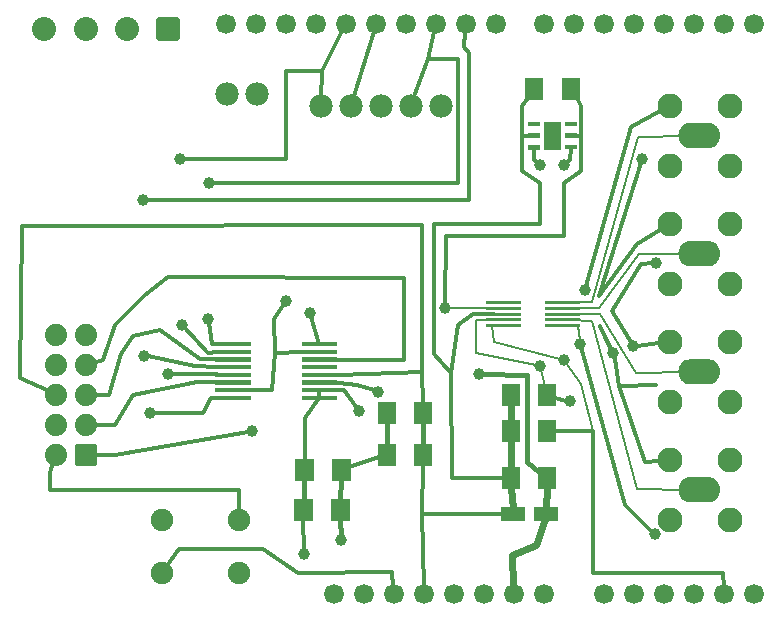
<source format=gtl>
G04 MADE WITH FRITZING*
G04 WWW.FRITZING.ORG*
G04 DOUBLE SIDED*
G04 HOLES PLATED*
G04 CONTOUR ON CENTER OF CONTOUR VECTOR*
%ASAXBY*%
%FSLAX23Y23*%
%MOIN*%
%OFA0B0*%
%SFA1.0B1.0*%
%ADD10C,0.078000*%
%ADD11C,0.039370*%
%ADD12C,0.075000*%
%ADD13C,0.082677*%
%ADD14C,0.083071*%
%ADD15C,0.074000*%
%ADD16C,0.066194*%
%ADD17C,0.066222*%
%ADD18C,0.080000*%
%ADD19R,0.062992X0.074803*%
%ADD20R,0.078740X0.047244*%
%ADD21C,0.012000*%
%ADD22C,0.008000*%
%ADD23C,0.024000*%
%ADD24C,0.016000*%
%ADD25C,0.017000*%
%ADD26C,0.020000*%
%ADD27R,0.001000X0.001000*%
%LNCOPPER1*%
G90*
G70*
G54D10*
X748Y1778D03*
X848Y1778D03*
G54D11*
X1925Y947D03*
X2033Y917D03*
X2100Y939D03*
X1940Y1125D03*
X2132Y1563D03*
X2179Y1215D03*
X2173Y311D03*
X1474Y1067D03*
X1587Y847D03*
X1890Y754D03*
X1126Y293D03*
X1004Y244D03*
X551Y847D03*
X1189Y721D03*
X1024Y1049D03*
X1250Y787D03*
X831Y656D03*
X945Y1089D03*
X492Y715D03*
X471Y907D03*
X467Y1425D03*
X596Y1008D03*
X591Y1561D03*
X684Y1028D03*
X689Y1482D03*
G54D10*
X1460Y1738D03*
X1360Y1738D03*
X1260Y1738D03*
X1160Y1738D03*
X1060Y1738D03*
G54D12*
X787Y183D03*
X532Y183D03*
X787Y360D03*
X532Y360D03*
G54D13*
X2223Y559D03*
G54D14*
X2322Y460D03*
X2223Y359D03*
X2223Y559D03*
X2423Y359D03*
X2423Y559D03*
G54D13*
X2223Y559D03*
G54D14*
X2322Y460D03*
X2223Y359D03*
X2223Y559D03*
X2423Y359D03*
X2423Y559D03*
G54D13*
X2223Y952D03*
G54D14*
X2322Y853D03*
X2223Y752D03*
X2223Y952D03*
X2423Y752D03*
X2423Y952D03*
G54D13*
X2223Y952D03*
G54D14*
X2322Y853D03*
X2223Y752D03*
X2223Y952D03*
X2423Y752D03*
X2423Y952D03*
G54D13*
X2223Y1740D03*
G54D14*
X2322Y1641D03*
X2223Y1540D03*
X2223Y1740D03*
X2423Y1540D03*
X2423Y1740D03*
G54D13*
X2223Y1740D03*
G54D14*
X2322Y1641D03*
X2223Y1540D03*
X2223Y1740D03*
X2423Y1540D03*
X2423Y1740D03*
G54D15*
X176Y577D03*
X176Y677D03*
X176Y777D03*
X176Y877D03*
X176Y977D03*
X276Y577D03*
X276Y677D03*
X276Y777D03*
X276Y877D03*
X276Y977D03*
G54D16*
X2103Y111D03*
X2203Y111D03*
X2303Y111D03*
X2403Y111D03*
X2503Y111D03*
G54D17*
X1643Y2011D03*
X1543Y2011D03*
X1443Y2011D03*
X1343Y2011D03*
X1243Y2011D03*
X1143Y2011D03*
X1043Y2011D03*
X943Y2011D03*
X843Y2011D03*
X743Y2011D03*
X2503Y2011D03*
X2403Y2011D03*
X2303Y2011D03*
X2203Y2011D03*
X2103Y2011D03*
X2003Y2011D03*
X1903Y2011D03*
X1803Y2011D03*
G54D16*
X1203Y111D03*
X1103Y111D03*
X1303Y111D03*
X1403Y111D03*
X1503Y111D03*
X1603Y111D03*
X1703Y111D03*
X1803Y111D03*
X2003Y111D03*
G54D13*
X2223Y1346D03*
G54D14*
X2322Y1247D03*
X2223Y1146D03*
X2223Y1346D03*
X2423Y1146D03*
X2423Y1346D03*
G54D13*
X2223Y1346D03*
G54D14*
X2322Y1247D03*
X2223Y1146D03*
X2223Y1346D03*
X2423Y1146D03*
X2423Y1346D03*
G54D18*
X551Y1994D03*
X413Y1994D03*
X276Y1994D03*
X138Y1994D03*
G54D11*
X1792Y872D03*
X1791Y1541D03*
X1870Y892D03*
X1870Y1541D03*
G54D19*
X1280Y715D03*
X1402Y715D03*
X1280Y577D03*
X1402Y577D03*
X1693Y498D03*
X1815Y498D03*
G54D20*
X1701Y380D03*
X1811Y380D03*
G54D19*
X1693Y774D03*
X1815Y774D03*
X1693Y656D03*
X1815Y656D03*
X1772Y1797D03*
X1894Y1797D03*
G54D21*
X1438Y1987D02*
X1417Y1896D01*
D02*
X1417Y1896D02*
X1368Y1761D01*
D02*
X1167Y1762D02*
X1236Y1987D01*
D02*
X1132Y1989D02*
X1063Y1856D01*
D02*
X1063Y1856D02*
X1061Y1763D01*
G54D22*
D02*
X1964Y1085D02*
X1920Y1085D01*
D02*
X1964Y1023D02*
X1890Y1025D01*
D02*
X1992Y1046D02*
X1920Y1046D01*
D02*
X2117Y1636D02*
X1964Y1085D01*
D02*
X2112Y850D02*
X1992Y1046D01*
D02*
X2285Y853D02*
X2112Y850D01*
D02*
X2285Y460D02*
X2115Y461D01*
D02*
X2115Y461D02*
X1964Y1023D01*
G54D21*
D02*
X2186Y948D02*
X2114Y940D01*
G54D22*
D02*
X1989Y1067D02*
X1905Y1066D01*
D02*
X2285Y1247D02*
X2120Y1246D01*
D02*
X2120Y1246D02*
X1989Y1067D01*
D02*
X2285Y1640D02*
X2117Y1636D01*
D02*
X1919Y1006D02*
X1866Y1006D01*
G54D21*
D02*
X2114Y1279D02*
X2192Y1327D01*
D02*
X1988Y1106D02*
X2114Y1279D01*
D02*
X2128Y1550D02*
X1988Y1106D01*
D02*
X2093Y1670D02*
X1943Y1138D01*
D02*
X2191Y1722D02*
X2093Y1670D01*
G54D22*
D02*
X1924Y960D02*
X1919Y1006D01*
G54D21*
D02*
X2127Y1211D02*
X2031Y1057D01*
D02*
X2031Y1057D02*
X2094Y951D01*
D02*
X2166Y1214D02*
X2127Y1211D01*
D02*
X2042Y896D02*
X1990Y1006D01*
D02*
X2053Y807D02*
X2179Y810D01*
D02*
X2053Y805D02*
X2042Y896D01*
D02*
X2179Y810D02*
X2053Y805D01*
D02*
X1990Y1006D02*
X2027Y929D01*
D02*
X2142Y552D02*
X2053Y807D01*
D02*
X2186Y555D02*
X2142Y552D01*
G54D23*
D02*
X1700Y398D02*
X1695Y466D01*
G54D21*
D02*
X1403Y136D02*
X1398Y380D01*
D02*
X1398Y380D02*
X1667Y380D01*
D02*
X2074Y408D02*
X1929Y934D01*
D02*
X2164Y320D02*
X2074Y408D01*
G54D23*
D02*
X1812Y398D02*
X1814Y466D01*
D02*
X1779Y277D02*
X1698Y243D01*
D02*
X1698Y243D02*
X1702Y141D01*
D02*
X1806Y362D02*
X1779Y277D01*
G54D22*
D02*
X1968Y655D02*
X1952Y651D01*
G54D21*
D02*
X1968Y655D02*
X1969Y656D01*
D02*
X1516Y1010D02*
X1493Y848D01*
D02*
X1969Y656D02*
X1969Y183D01*
D02*
X2402Y183D02*
X2403Y136D01*
D02*
X1969Y183D02*
X2402Y183D01*
D02*
X1841Y656D02*
X1968Y655D01*
G54D22*
D02*
X1952Y651D02*
X1841Y655D01*
D02*
X1638Y952D02*
X1857Y895D01*
D02*
X1632Y1006D02*
X1638Y952D01*
D02*
X1579Y914D02*
X1779Y875D01*
D02*
X1669Y1006D02*
X1632Y1006D01*
D02*
X1878Y881D02*
X1929Y813D01*
D02*
X1929Y813D02*
X1968Y655D01*
D02*
X1579Y1026D02*
X1579Y914D01*
G54D21*
D02*
X1496Y498D02*
X1667Y498D01*
D02*
X1493Y848D02*
X1496Y498D01*
D02*
X1566Y1047D02*
X1516Y1010D01*
D02*
X1636Y1046D02*
X1566Y1047D01*
G54D23*
D02*
X1693Y624D02*
X1693Y530D01*
D02*
X1693Y687D02*
X1693Y742D01*
G54D22*
D02*
X1583Y1067D02*
X1488Y1067D01*
G54D24*
D02*
X1747Y842D02*
X1749Y553D01*
D02*
X1600Y846D02*
X1747Y842D01*
G54D22*
D02*
X1616Y1026D02*
X1579Y1026D01*
D02*
X1795Y859D02*
X1808Y806D01*
D02*
X1642Y1066D02*
X1583Y1067D01*
G54D24*
D02*
X1749Y553D02*
X1789Y520D01*
G54D21*
D02*
X1009Y700D02*
X1007Y557D01*
D02*
X1054Y764D02*
X1009Y700D01*
G54D24*
D02*
X1003Y424D02*
X1005Y494D01*
D02*
X1125Y424D02*
X1127Y494D01*
G54D21*
D02*
X1004Y258D02*
X1002Y360D01*
G54D24*
D02*
X1126Y307D02*
X1125Y360D01*
G54D21*
D02*
X1841Y767D02*
X1877Y757D01*
G54D24*
D02*
X1280Y609D02*
X1280Y683D01*
D02*
X1402Y609D02*
X1402Y683D01*
G54D21*
D02*
X1139Y791D02*
X1181Y732D01*
D02*
X565Y846D02*
X714Y844D01*
D02*
X1109Y791D02*
X1139Y791D01*
D02*
X1055Y790D02*
X1055Y767D01*
D02*
X1130Y892D02*
X1109Y892D01*
D02*
X1339Y1167D02*
X1339Y892D01*
D02*
X1339Y892D02*
X1130Y892D01*
D02*
X375Y1009D02*
X473Y1108D01*
D02*
X335Y892D02*
X375Y1009D01*
D02*
X473Y1108D02*
X551Y1168D01*
D02*
X300Y883D02*
X335Y892D01*
D02*
X551Y1168D02*
X1339Y1167D01*
D02*
X657Y896D02*
X714Y895D01*
D02*
X433Y971D02*
X524Y992D01*
D02*
X354Y774D02*
X394Y911D01*
D02*
X394Y911D02*
X433Y971D01*
D02*
X301Y776D02*
X354Y774D01*
D02*
X524Y992D02*
X657Y896D01*
D02*
X1398Y852D02*
X1401Y746D01*
D02*
X1398Y380D02*
X1401Y545D01*
D02*
X906Y916D02*
X1002Y918D01*
D02*
X898Y793D02*
X906Y916D01*
D02*
X821Y792D02*
X898Y793D01*
D02*
X1028Y1036D02*
X1055Y946D01*
D02*
X1122Y843D02*
X1398Y852D01*
D02*
X1122Y817D02*
X1109Y817D01*
D02*
X1398Y853D02*
X1401Y746D01*
D02*
X904Y1030D02*
X937Y1078D01*
D02*
X906Y916D02*
X904Y1030D01*
D02*
X1254Y568D02*
X1154Y534D01*
D02*
X375Y577D02*
X818Y653D01*
D02*
X1182Y810D02*
X1122Y817D01*
D02*
X301Y577D02*
X375Y577D01*
D02*
X1237Y792D02*
X1182Y810D01*
D02*
X59Y833D02*
X64Y1339D01*
D02*
X64Y1339D02*
X1399Y1343D01*
D02*
X1399Y1343D02*
X1398Y853D01*
D02*
X153Y788D02*
X59Y833D01*
D02*
X1109Y843D02*
X1122Y843D01*
D02*
X693Y766D02*
X714Y766D01*
D02*
X669Y714D02*
X693Y766D01*
D02*
X1063Y1856D02*
X945Y1856D01*
D02*
X945Y1856D02*
X945Y1561D01*
D02*
X1555Y1916D02*
X1555Y1424D01*
D02*
X1536Y1934D02*
X1555Y1916D01*
D02*
X945Y1561D02*
X604Y1561D01*
D02*
X698Y945D02*
X714Y945D01*
D02*
X683Y917D02*
X714Y918D01*
D02*
X1132Y1989D02*
X1063Y1856D01*
D02*
X606Y998D02*
X683Y917D01*
D02*
X1555Y1424D02*
X480Y1425D01*
D02*
X640Y871D02*
X714Y869D01*
D02*
X1541Y1986D02*
X1536Y1934D01*
D02*
X484Y904D02*
X640Y871D01*
D02*
X648Y819D02*
X714Y818D01*
D02*
X375Y676D02*
X433Y774D01*
D02*
X301Y677D02*
X375Y676D01*
D02*
X433Y774D02*
X648Y819D01*
D02*
X506Y715D02*
X669Y714D01*
D02*
X983Y182D02*
X868Y262D01*
D02*
X868Y262D02*
X589Y262D01*
D02*
X1299Y184D02*
X983Y182D01*
D02*
X589Y262D02*
X545Y202D01*
D02*
X1302Y136D02*
X1299Y184D01*
D02*
X157Y517D02*
X158Y458D01*
D02*
X158Y458D02*
X788Y458D01*
D02*
X788Y458D02*
X788Y383D01*
D02*
X168Y552D02*
X157Y517D01*
D02*
X1516Y1896D02*
X1516Y1482D01*
D02*
X1417Y1896D02*
X1516Y1896D01*
D02*
X1516Y1482D02*
X702Y1482D01*
D02*
X687Y1014D02*
X698Y945D01*
D02*
X1438Y1987D02*
X1417Y1896D01*
D02*
X1929Y1640D02*
X1908Y1640D01*
D02*
X1929Y1738D02*
X1929Y1640D01*
D02*
X1913Y1765D02*
X1929Y1738D01*
D02*
X1732Y1640D02*
X1758Y1640D01*
D02*
X1732Y1738D02*
X1732Y1640D01*
D02*
X1750Y1765D02*
X1732Y1738D01*
D02*
X1772Y1560D02*
X1782Y1551D01*
D02*
X1772Y1598D02*
X1772Y1560D01*
D02*
X1732Y1640D02*
X1732Y1738D01*
D02*
X1732Y1522D02*
X1732Y1640D01*
D02*
X1732Y1738D02*
X1750Y1765D01*
D02*
X1791Y1482D02*
X1732Y1522D01*
D02*
X1493Y848D02*
X1437Y911D01*
D02*
X1437Y911D02*
X1437Y1344D01*
D02*
X1791Y1344D02*
X1791Y1482D01*
D02*
X1437Y1344D02*
X1791Y1344D01*
D02*
X1870Y1482D02*
X1870Y1306D01*
D02*
X1870Y1306D02*
X1476Y1305D01*
D02*
X1929Y1522D02*
X1870Y1482D01*
D02*
X1476Y1305D02*
X1475Y1080D01*
D02*
X1929Y1640D02*
X1929Y1522D01*
D02*
X1894Y1599D02*
X1890Y1560D01*
D02*
X1890Y1560D02*
X1880Y1551D01*
G54D25*
X247Y548D02*
X247Y605D01*
X304Y605D01*
X304Y548D01*
X247Y548D01*
D02*
G36*
X1807Y1011D02*
X1925Y1011D01*
X1925Y1001D01*
X1807Y1001D01*
X1807Y1011D01*
G37*
D02*
G36*
X1807Y1031D02*
X1925Y1031D01*
X1925Y1021D01*
X1807Y1021D01*
X1807Y1031D01*
G37*
D02*
G36*
X1807Y1050D02*
X1925Y1050D01*
X1925Y1040D01*
X1807Y1040D01*
X1807Y1050D01*
G37*
D02*
G36*
X1807Y1070D02*
X1925Y1070D01*
X1925Y1060D01*
X1807Y1060D01*
X1807Y1070D01*
G37*
D02*
G36*
X1807Y1090D02*
X1925Y1090D01*
X1925Y1080D01*
X1807Y1080D01*
X1807Y1090D01*
G37*
D02*
G36*
X1610Y1090D02*
X1728Y1090D01*
X1728Y1080D01*
X1610Y1080D01*
X1610Y1090D01*
G37*
D02*
G36*
X1610Y1070D02*
X1728Y1070D01*
X1728Y1060D01*
X1610Y1060D01*
X1610Y1070D01*
G37*
D02*
G36*
X1610Y1050D02*
X1728Y1050D01*
X1728Y1040D01*
X1610Y1040D01*
X1610Y1050D01*
G37*
D02*
G36*
X1610Y1031D02*
X1728Y1031D01*
X1728Y1021D01*
X1610Y1021D01*
X1610Y1031D01*
G37*
D02*
G36*
X1610Y1011D02*
X1728Y1011D01*
X1728Y1001D01*
X1610Y1001D01*
X1610Y1011D01*
G37*
D02*
G36*
X996Y773D02*
X1114Y773D01*
X1114Y759D01*
X996Y759D01*
X996Y773D01*
G37*
D02*
G36*
X996Y798D02*
X1114Y798D01*
X1114Y784D01*
X996Y784D01*
X996Y798D01*
G37*
D02*
G36*
X996Y824D02*
X1114Y824D01*
X1114Y810D01*
X996Y810D01*
X996Y824D01*
G37*
D02*
G36*
X996Y849D02*
X1114Y849D01*
X1114Y836D01*
X996Y836D01*
X996Y849D01*
G37*
D02*
G36*
X996Y875D02*
X1114Y875D01*
X1114Y861D01*
X996Y861D01*
X996Y875D01*
G37*
D02*
G36*
X996Y901D02*
X1114Y901D01*
X1114Y887D01*
X996Y887D01*
X996Y901D01*
G37*
D02*
G36*
X996Y926D02*
X1114Y926D01*
X1114Y912D01*
X996Y912D01*
X996Y926D01*
G37*
D02*
G36*
X996Y952D02*
X1114Y952D01*
X1114Y938D01*
X996Y938D01*
X996Y952D01*
G37*
D02*
G36*
X709Y952D02*
X827Y952D01*
X827Y938D01*
X709Y938D01*
X709Y952D01*
G37*
D02*
G36*
X709Y926D02*
X827Y926D01*
X827Y912D01*
X709Y912D01*
X709Y926D01*
G37*
D02*
G36*
X709Y901D02*
X827Y901D01*
X827Y887D01*
X709Y887D01*
X709Y901D01*
G37*
D02*
G36*
X709Y875D02*
X827Y875D01*
X827Y861D01*
X709Y861D01*
X709Y875D01*
G37*
D02*
G36*
X709Y849D02*
X827Y849D01*
X827Y836D01*
X709Y836D01*
X709Y849D01*
G37*
D02*
G36*
X709Y824D02*
X827Y824D01*
X827Y810D01*
X709Y810D01*
X709Y824D01*
G37*
D02*
G36*
X709Y798D02*
X827Y798D01*
X827Y784D01*
X709Y784D01*
X709Y798D01*
G37*
D02*
G36*
X709Y773D02*
X827Y773D01*
X827Y759D01*
X709Y759D01*
X709Y773D01*
G37*
D02*
G36*
X1093Y354D02*
X1093Y429D01*
X1156Y429D01*
X1156Y354D01*
X1093Y354D01*
G37*
D02*
G36*
X971Y354D02*
X971Y429D01*
X1034Y429D01*
X1034Y354D01*
X971Y354D01*
G37*
D02*
G36*
X1097Y488D02*
X1097Y563D01*
X1160Y563D01*
X1160Y488D01*
X1097Y488D01*
G37*
D02*
G36*
X974Y488D02*
X974Y563D01*
X1037Y563D01*
X1037Y488D01*
X974Y488D01*
G37*
D02*
G54D26*
X581Y1964D02*
X521Y1964D01*
X521Y2024D01*
X581Y2024D01*
X581Y1964D01*
D02*
G36*
X1791Y1671D02*
X1752Y1671D01*
X1752Y1687D01*
X1791Y1687D01*
X1791Y1671D01*
G37*
D02*
G36*
X1791Y1632D02*
X1752Y1632D01*
X1752Y1648D01*
X1791Y1648D01*
X1791Y1632D01*
G37*
D02*
G36*
X1791Y1593D02*
X1752Y1593D01*
X1752Y1608D01*
X1791Y1608D01*
X1791Y1593D01*
G37*
D02*
G36*
X1913Y1594D02*
X1874Y1594D01*
X1874Y1610D01*
X1913Y1610D01*
X1913Y1594D01*
G37*
D02*
G36*
X1913Y1632D02*
X1874Y1632D01*
X1874Y1648D01*
X1913Y1648D01*
X1913Y1632D01*
G37*
D02*
G36*
X1913Y1671D02*
X1874Y1671D01*
X1874Y1687D01*
X1913Y1687D01*
X1913Y1671D01*
G37*
D02*
G36*
X1862Y1593D02*
X1803Y1593D01*
X1803Y1687D01*
X1862Y1687D01*
X1862Y1593D01*
G37*
D02*
G54D27*
X2284Y1681D02*
X2360Y1681D01*
X2279Y1680D02*
X2364Y1680D01*
X2276Y1679D02*
X2367Y1679D01*
X2274Y1678D02*
X2369Y1678D01*
X2272Y1677D02*
X2371Y1677D01*
X2271Y1676D02*
X2372Y1676D01*
X2269Y1675D02*
X2374Y1675D01*
X2268Y1674D02*
X2375Y1674D01*
X2267Y1673D02*
X2376Y1673D01*
X2266Y1672D02*
X2377Y1672D01*
X2265Y1671D02*
X2378Y1671D01*
X2264Y1670D02*
X2379Y1670D01*
X2263Y1669D02*
X2380Y1669D01*
X2262Y1668D02*
X2381Y1668D01*
X2262Y1667D02*
X2382Y1667D01*
X2261Y1666D02*
X2382Y1666D01*
X2260Y1665D02*
X2318Y1665D01*
X2325Y1665D02*
X2383Y1665D01*
X2260Y1664D02*
X2315Y1664D01*
X2329Y1664D02*
X2384Y1664D01*
X2259Y1663D02*
X2313Y1663D01*
X2331Y1663D02*
X2384Y1663D01*
X2259Y1662D02*
X2311Y1662D01*
X2332Y1662D02*
X2385Y1662D01*
X2258Y1661D02*
X2310Y1661D01*
X2334Y1661D02*
X2385Y1661D01*
X2258Y1660D02*
X2308Y1660D01*
X2335Y1660D02*
X2386Y1660D01*
X2257Y1659D02*
X2307Y1659D01*
X2336Y1659D02*
X2386Y1659D01*
X2257Y1658D02*
X2306Y1658D01*
X2337Y1658D02*
X2387Y1658D01*
X2256Y1657D02*
X2306Y1657D01*
X2338Y1657D02*
X2387Y1657D01*
X2256Y1656D02*
X2305Y1656D01*
X2338Y1656D02*
X2387Y1656D01*
X2256Y1655D02*
X2304Y1655D01*
X2339Y1655D02*
X2388Y1655D01*
X2255Y1654D02*
X2304Y1654D01*
X2340Y1654D02*
X2388Y1654D01*
X2255Y1653D02*
X2303Y1653D01*
X2340Y1653D02*
X2388Y1653D01*
X2255Y1652D02*
X2303Y1652D01*
X2341Y1652D02*
X2389Y1652D01*
X2255Y1651D02*
X2302Y1651D01*
X2341Y1651D02*
X2389Y1651D01*
X2254Y1650D02*
X2302Y1650D01*
X2341Y1650D02*
X2389Y1650D01*
X2254Y1649D02*
X2302Y1649D01*
X2342Y1649D02*
X2389Y1649D01*
X2254Y1648D02*
X2301Y1648D01*
X2342Y1648D02*
X2389Y1648D01*
X2254Y1647D02*
X2301Y1647D01*
X2342Y1647D02*
X2389Y1647D01*
X2254Y1646D02*
X2301Y1646D01*
X2343Y1646D02*
X2390Y1646D01*
X2254Y1645D02*
X2301Y1645D01*
X2343Y1645D02*
X2390Y1645D01*
X2253Y1644D02*
X2300Y1644D01*
X2343Y1644D02*
X2390Y1644D01*
X2253Y1643D02*
X2300Y1643D01*
X2343Y1643D02*
X2390Y1643D01*
X2253Y1642D02*
X2300Y1642D01*
X2343Y1642D02*
X2390Y1642D01*
X2253Y1641D02*
X2300Y1641D01*
X2343Y1641D02*
X2390Y1641D01*
X2253Y1640D02*
X2300Y1640D01*
X2343Y1640D02*
X2390Y1640D01*
X2253Y1639D02*
X2300Y1639D01*
X2343Y1639D02*
X2390Y1639D01*
X2253Y1638D02*
X2300Y1638D01*
X2343Y1638D02*
X2390Y1638D01*
X2253Y1637D02*
X2300Y1637D01*
X2343Y1637D02*
X2390Y1637D01*
X2253Y1636D02*
X2300Y1636D01*
X2343Y1636D02*
X2390Y1636D01*
X2254Y1635D02*
X2300Y1635D01*
X2343Y1635D02*
X2390Y1635D01*
X2254Y1634D02*
X2301Y1634D01*
X2343Y1634D02*
X2390Y1634D01*
X2254Y1633D02*
X2301Y1633D01*
X2342Y1633D02*
X2389Y1633D01*
X2254Y1632D02*
X2301Y1632D01*
X2342Y1632D02*
X2389Y1632D01*
X2254Y1631D02*
X2301Y1631D01*
X2342Y1631D02*
X2389Y1631D01*
X2254Y1630D02*
X2302Y1630D01*
X2341Y1630D02*
X2389Y1630D01*
X2255Y1629D02*
X2302Y1629D01*
X2341Y1629D02*
X2389Y1629D01*
X2255Y1628D02*
X2303Y1628D01*
X2341Y1628D02*
X2389Y1628D01*
X2255Y1627D02*
X2303Y1627D01*
X2340Y1627D02*
X2388Y1627D01*
X2255Y1626D02*
X2304Y1626D01*
X2340Y1626D02*
X2388Y1626D01*
X2256Y1625D02*
X2304Y1625D01*
X2339Y1625D02*
X2388Y1625D01*
X2256Y1624D02*
X2305Y1624D01*
X2338Y1624D02*
X2387Y1624D01*
X2256Y1623D02*
X2306Y1623D01*
X2338Y1623D02*
X2387Y1623D01*
X2257Y1622D02*
X2306Y1622D01*
X2337Y1622D02*
X2387Y1622D01*
X2257Y1621D02*
X2307Y1621D01*
X2336Y1621D02*
X2386Y1621D01*
X2258Y1620D02*
X2308Y1620D01*
X2335Y1620D02*
X2386Y1620D01*
X2258Y1619D02*
X2309Y1619D01*
X2334Y1619D02*
X2385Y1619D01*
X2259Y1618D02*
X2311Y1618D01*
X2332Y1618D02*
X2385Y1618D01*
X2259Y1617D02*
X2312Y1617D01*
X2331Y1617D02*
X2384Y1617D01*
X2260Y1616D02*
X2314Y1616D01*
X2329Y1616D02*
X2384Y1616D01*
X2260Y1615D02*
X2318Y1615D01*
X2325Y1615D02*
X2383Y1615D01*
X2261Y1614D02*
X2382Y1614D01*
X2262Y1613D02*
X2382Y1613D01*
X2262Y1612D02*
X2381Y1612D01*
X2263Y1611D02*
X2380Y1611D01*
X2264Y1610D02*
X2379Y1610D01*
X2265Y1609D02*
X2378Y1609D01*
X2266Y1608D02*
X2377Y1608D01*
X2267Y1607D02*
X2376Y1607D01*
X2268Y1606D02*
X2375Y1606D01*
X2269Y1605D02*
X2374Y1605D01*
X2271Y1604D02*
X2373Y1604D01*
X2272Y1603D02*
X2371Y1603D01*
X2274Y1602D02*
X2369Y1602D01*
X2276Y1601D02*
X2367Y1601D01*
X2279Y1600D02*
X2364Y1600D01*
X2283Y1599D02*
X2360Y1599D01*
X2282Y1287D02*
X2362Y1287D01*
X2278Y1286D02*
X2365Y1286D01*
X2276Y1285D02*
X2368Y1285D01*
X2274Y1284D02*
X2370Y1284D01*
X2272Y1283D02*
X2371Y1283D01*
X2270Y1282D02*
X2373Y1282D01*
X2269Y1281D02*
X2374Y1281D01*
X2268Y1280D02*
X2376Y1280D01*
X2267Y1279D02*
X2377Y1279D01*
X2266Y1278D02*
X2378Y1278D01*
X2265Y1277D02*
X2379Y1277D01*
X2264Y1276D02*
X2380Y1276D01*
X2263Y1275D02*
X2380Y1275D01*
X2262Y1274D02*
X2381Y1274D01*
X2261Y1273D02*
X2382Y1273D01*
X2261Y1272D02*
X2383Y1272D01*
X2260Y1271D02*
X2317Y1271D01*
X2327Y1271D02*
X2383Y1271D01*
X2259Y1270D02*
X2314Y1270D01*
X2330Y1270D02*
X2384Y1270D01*
X2259Y1269D02*
X2312Y1269D01*
X2331Y1269D02*
X2384Y1269D01*
X2258Y1268D02*
X2310Y1268D01*
X2333Y1268D02*
X2385Y1268D01*
X2258Y1267D02*
X2309Y1267D01*
X2334Y1267D02*
X2385Y1267D01*
X2257Y1266D02*
X2308Y1266D01*
X2335Y1266D02*
X2386Y1266D01*
X2257Y1265D02*
X2307Y1265D01*
X2336Y1265D02*
X2386Y1265D01*
X2257Y1264D02*
X2306Y1264D01*
X2337Y1264D02*
X2387Y1264D01*
X2256Y1263D02*
X2305Y1263D01*
X2338Y1263D02*
X2387Y1263D01*
X2256Y1262D02*
X2305Y1262D01*
X2339Y1262D02*
X2387Y1262D01*
X2256Y1261D02*
X2304Y1261D01*
X2339Y1261D02*
X2388Y1261D01*
X2255Y1260D02*
X2303Y1260D01*
X2340Y1260D02*
X2388Y1260D01*
X2255Y1259D02*
X2303Y1259D01*
X2340Y1259D02*
X2388Y1259D01*
X2255Y1258D02*
X2303Y1258D01*
X2341Y1258D02*
X2389Y1258D01*
X2254Y1257D02*
X2302Y1257D01*
X2341Y1257D02*
X2389Y1257D01*
X2254Y1256D02*
X2302Y1256D01*
X2342Y1256D02*
X2389Y1256D01*
X2254Y1255D02*
X2301Y1255D01*
X2342Y1255D02*
X2389Y1255D01*
X2254Y1254D02*
X2301Y1254D01*
X2342Y1254D02*
X2389Y1254D01*
X2254Y1253D02*
X2301Y1253D01*
X2342Y1253D02*
X2390Y1253D01*
X2254Y1252D02*
X2301Y1252D01*
X2343Y1252D02*
X2390Y1252D01*
X2253Y1251D02*
X2300Y1251D01*
X2343Y1251D02*
X2390Y1251D01*
X2253Y1250D02*
X2300Y1250D01*
X2343Y1250D02*
X2390Y1250D01*
X2253Y1249D02*
X2300Y1249D01*
X2343Y1249D02*
X2390Y1249D01*
X2253Y1248D02*
X2300Y1248D01*
X2343Y1248D02*
X2390Y1248D01*
X2253Y1247D02*
X2300Y1247D01*
X2343Y1247D02*
X2390Y1247D01*
X2253Y1246D02*
X2300Y1246D01*
X2343Y1246D02*
X2390Y1246D01*
X2253Y1245D02*
X2300Y1245D01*
X2343Y1245D02*
X2390Y1245D01*
X2253Y1244D02*
X2300Y1244D01*
X2343Y1244D02*
X2390Y1244D01*
X2253Y1243D02*
X2300Y1243D01*
X2343Y1243D02*
X2390Y1243D01*
X2253Y1242D02*
X2300Y1242D01*
X2343Y1242D02*
X2390Y1242D01*
X2254Y1241D02*
X2301Y1241D01*
X2343Y1241D02*
X2390Y1241D01*
X2254Y1240D02*
X2301Y1240D01*
X2342Y1240D02*
X2390Y1240D01*
X2254Y1239D02*
X2301Y1239D01*
X2342Y1239D02*
X2389Y1239D01*
X2254Y1238D02*
X2301Y1238D01*
X2342Y1238D02*
X2389Y1238D01*
X2254Y1237D02*
X2302Y1237D01*
X2342Y1237D02*
X2389Y1237D01*
X2254Y1236D02*
X2302Y1236D01*
X2341Y1236D02*
X2389Y1236D01*
X2255Y1235D02*
X2302Y1235D01*
X2341Y1235D02*
X2389Y1235D01*
X2255Y1234D02*
X2303Y1234D01*
X2340Y1234D02*
X2388Y1234D01*
X2255Y1233D02*
X2303Y1233D01*
X2340Y1233D02*
X2388Y1233D01*
X2255Y1232D02*
X2304Y1232D01*
X2339Y1232D02*
X2388Y1232D01*
X2256Y1231D02*
X2305Y1231D01*
X2339Y1231D02*
X2388Y1231D01*
X2256Y1230D02*
X2305Y1230D01*
X2338Y1230D02*
X2387Y1230D01*
X2256Y1229D02*
X2306Y1229D01*
X2337Y1229D02*
X2387Y1229D01*
X2257Y1228D02*
X2307Y1228D01*
X2337Y1228D02*
X2386Y1228D01*
X2257Y1227D02*
X2308Y1227D01*
X2336Y1227D02*
X2386Y1227D01*
X2258Y1226D02*
X2309Y1226D01*
X2335Y1226D02*
X2386Y1226D01*
X2258Y1225D02*
X2310Y1225D01*
X2333Y1225D02*
X2385Y1225D01*
X2259Y1224D02*
X2312Y1224D01*
X2332Y1224D02*
X2385Y1224D01*
X2259Y1223D02*
X2313Y1223D01*
X2330Y1223D02*
X2384Y1223D01*
X2260Y1222D02*
X2316Y1222D01*
X2328Y1222D02*
X2383Y1222D01*
X2261Y1221D02*
X2383Y1221D01*
X2261Y1220D02*
X2382Y1220D01*
X2262Y1219D02*
X2381Y1219D01*
X2263Y1218D02*
X2381Y1218D01*
X2263Y1217D02*
X2380Y1217D01*
X2264Y1216D02*
X2379Y1216D01*
X2265Y1215D02*
X2378Y1215D01*
X2266Y1214D02*
X2377Y1214D01*
X2267Y1213D02*
X2376Y1213D01*
X2269Y1212D02*
X2375Y1212D01*
X2270Y1211D02*
X2373Y1211D01*
X2271Y1210D02*
X2372Y1210D01*
X2273Y1209D02*
X2370Y1209D01*
X2275Y1208D02*
X2368Y1208D01*
X2277Y1207D02*
X2366Y1207D01*
X2280Y1206D02*
X2363Y1206D01*
X2287Y894D02*
X2357Y894D01*
X2280Y893D02*
X2363Y893D01*
X2277Y892D02*
X2366Y892D01*
X2275Y891D02*
X2369Y891D01*
X2273Y890D02*
X2370Y890D01*
X2271Y889D02*
X2372Y889D01*
X2270Y888D02*
X2373Y888D01*
X2268Y887D02*
X2375Y887D01*
X2267Y886D02*
X2376Y886D01*
X2266Y885D02*
X2377Y885D01*
X2265Y884D02*
X2378Y884D01*
X2264Y883D02*
X2379Y883D01*
X2263Y882D02*
X2380Y882D01*
X2263Y881D02*
X2381Y881D01*
X2262Y880D02*
X2381Y880D01*
X2261Y879D02*
X2382Y879D01*
X2260Y878D02*
X2383Y878D01*
X2260Y877D02*
X2315Y877D01*
X2328Y877D02*
X2383Y877D01*
X2259Y876D02*
X2313Y876D01*
X2330Y876D02*
X2384Y876D01*
X2259Y875D02*
X2311Y875D01*
X2332Y875D02*
X2385Y875D01*
X2258Y874D02*
X2310Y874D01*
X2333Y874D02*
X2385Y874D01*
X2258Y873D02*
X2309Y873D01*
X2335Y873D02*
X2386Y873D01*
X2257Y872D02*
X2308Y872D01*
X2336Y872D02*
X2386Y872D01*
X2257Y871D02*
X2307Y871D01*
X2337Y871D02*
X2386Y871D01*
X2256Y870D02*
X2306Y870D01*
X2337Y870D02*
X2387Y870D01*
X2256Y869D02*
X2305Y869D01*
X2338Y869D02*
X2387Y869D01*
X2256Y868D02*
X2304Y868D01*
X2339Y868D02*
X2388Y868D01*
X2255Y867D02*
X2304Y867D01*
X2339Y867D02*
X2388Y867D01*
X2255Y866D02*
X2303Y866D01*
X2340Y866D02*
X2388Y866D01*
X2255Y865D02*
X2303Y865D01*
X2340Y865D02*
X2388Y865D01*
X2255Y864D02*
X2302Y864D01*
X2341Y864D02*
X2389Y864D01*
X2254Y863D02*
X2302Y863D01*
X2341Y863D02*
X2389Y863D01*
X2254Y862D02*
X2302Y862D01*
X2342Y862D02*
X2389Y862D01*
X2254Y861D02*
X2301Y861D01*
X2342Y861D02*
X2389Y861D01*
X2254Y860D02*
X2301Y860D01*
X2342Y860D02*
X2389Y860D01*
X2254Y859D02*
X2301Y859D01*
X2342Y859D02*
X2390Y859D01*
X2254Y858D02*
X2301Y858D01*
X2343Y858D02*
X2390Y858D01*
X2253Y857D02*
X2300Y857D01*
X2343Y857D02*
X2390Y857D01*
X2253Y856D02*
X2300Y856D01*
X2343Y856D02*
X2390Y856D01*
X2253Y855D02*
X2300Y855D01*
X2343Y855D02*
X2390Y855D01*
X2253Y854D02*
X2300Y854D01*
X2343Y854D02*
X2390Y854D01*
X2253Y853D02*
X2300Y853D01*
X2343Y853D02*
X2390Y853D01*
X2253Y852D02*
X2300Y852D01*
X2343Y852D02*
X2390Y852D01*
X2253Y851D02*
X2300Y851D01*
X2343Y851D02*
X2390Y851D01*
X2253Y850D02*
X2300Y850D01*
X2343Y850D02*
X2390Y850D01*
X2253Y849D02*
X2300Y849D01*
X2343Y849D02*
X2390Y849D01*
X2253Y848D02*
X2300Y848D01*
X2343Y848D02*
X2390Y848D01*
X2254Y847D02*
X2301Y847D01*
X2343Y847D02*
X2390Y847D01*
X2254Y846D02*
X2301Y846D01*
X2342Y846D02*
X2390Y846D01*
X2254Y845D02*
X2301Y845D01*
X2342Y845D02*
X2389Y845D01*
X2254Y844D02*
X2301Y844D01*
X2342Y844D02*
X2389Y844D01*
X2254Y843D02*
X2302Y843D01*
X2342Y843D02*
X2389Y843D01*
X2254Y842D02*
X2302Y842D01*
X2341Y842D02*
X2389Y842D01*
X2255Y841D02*
X2303Y841D01*
X2341Y841D02*
X2389Y841D01*
X2255Y840D02*
X2303Y840D01*
X2340Y840D02*
X2388Y840D01*
X2255Y839D02*
X2303Y839D01*
X2340Y839D02*
X2388Y839D01*
X2256Y838D02*
X2304Y838D01*
X2339Y838D02*
X2388Y838D01*
X2256Y837D02*
X2305Y837D01*
X2338Y837D02*
X2387Y837D01*
X2256Y836D02*
X2305Y836D01*
X2338Y836D02*
X2387Y836D01*
X2257Y835D02*
X2306Y835D01*
X2337Y835D02*
X2387Y835D01*
X2257Y834D02*
X2307Y834D01*
X2336Y834D02*
X2386Y834D01*
X2257Y833D02*
X2308Y833D01*
X2335Y833D02*
X2386Y833D01*
X2258Y832D02*
X2309Y832D01*
X2334Y832D02*
X2385Y832D01*
X2258Y831D02*
X2311Y831D01*
X2333Y831D02*
X2385Y831D01*
X2259Y830D02*
X2312Y830D01*
X2331Y830D02*
X2384Y830D01*
X2260Y829D02*
X2314Y829D01*
X2329Y829D02*
X2384Y829D01*
X2260Y828D02*
X2317Y828D01*
X2326Y828D02*
X2383Y828D01*
X2261Y827D02*
X2382Y827D01*
X2261Y826D02*
X2382Y826D01*
X2262Y825D02*
X2381Y825D01*
X2263Y824D02*
X2380Y824D01*
X2264Y823D02*
X2379Y823D01*
X2265Y822D02*
X2379Y822D01*
X2266Y821D02*
X2378Y821D01*
X2267Y820D02*
X2377Y820D01*
X2268Y819D02*
X2375Y819D01*
X2269Y818D02*
X2374Y818D01*
X2270Y817D02*
X2373Y817D01*
X2272Y816D02*
X2371Y816D01*
X2274Y815D02*
X2370Y815D01*
X2276Y814D02*
X2367Y814D01*
X2278Y813D02*
X2365Y813D01*
X2282Y812D02*
X2361Y812D01*
X2283Y500D02*
X2360Y500D01*
X2279Y499D02*
X2365Y499D01*
X2276Y498D02*
X2367Y498D01*
X2274Y497D02*
X2369Y497D01*
X2272Y496D02*
X2371Y496D01*
X2271Y495D02*
X2373Y495D01*
X2269Y494D02*
X2374Y494D01*
X2268Y493D02*
X2375Y493D01*
X2267Y492D02*
X2376Y492D01*
X2266Y491D02*
X2377Y491D01*
X2265Y490D02*
X2378Y490D01*
X2264Y489D02*
X2379Y489D01*
X2263Y488D02*
X2380Y488D01*
X2262Y487D02*
X2381Y487D01*
X2262Y486D02*
X2382Y486D01*
X2261Y485D02*
X2382Y485D01*
X2260Y484D02*
X2318Y484D01*
X2326Y484D02*
X2383Y484D01*
X2260Y483D02*
X2314Y483D01*
X2329Y483D02*
X2384Y483D01*
X2259Y482D02*
X2312Y482D01*
X2331Y482D02*
X2384Y482D01*
X2259Y481D02*
X2311Y481D01*
X2332Y481D02*
X2385Y481D01*
X2258Y480D02*
X2309Y480D01*
X2334Y480D02*
X2385Y480D01*
X2257Y479D02*
X2308Y479D01*
X2335Y479D02*
X2386Y479D01*
X2257Y478D02*
X2307Y478D01*
X2336Y478D02*
X2386Y478D01*
X2257Y477D02*
X2306Y477D01*
X2337Y477D02*
X2387Y477D01*
X2256Y476D02*
X2306Y476D01*
X2338Y476D02*
X2387Y476D01*
X2256Y475D02*
X2305Y475D01*
X2338Y475D02*
X2387Y475D01*
X2256Y474D02*
X2304Y474D01*
X2339Y474D02*
X2388Y474D01*
X2255Y473D02*
X2304Y473D01*
X2340Y473D02*
X2388Y473D01*
X2255Y472D02*
X2303Y472D01*
X2340Y472D02*
X2388Y472D01*
X2255Y471D02*
X2303Y471D01*
X2341Y471D02*
X2389Y471D01*
X2255Y470D02*
X2302Y470D01*
X2341Y470D02*
X2389Y470D01*
X2254Y469D02*
X2302Y469D01*
X2342Y469D02*
X2389Y469D01*
X2254Y468D02*
X2301Y468D01*
X2342Y468D02*
X2389Y468D01*
X2254Y467D02*
X2301Y467D01*
X2342Y467D02*
X2389Y467D01*
X2254Y466D02*
X2301Y466D01*
X2342Y466D02*
X2389Y466D01*
X2254Y465D02*
X2301Y465D01*
X2343Y465D02*
X2390Y465D01*
X2254Y464D02*
X2300Y464D01*
X2343Y464D02*
X2390Y464D01*
X2253Y463D02*
X2300Y463D01*
X2343Y463D02*
X2390Y463D01*
X2253Y462D02*
X2300Y462D01*
X2343Y462D02*
X2390Y462D01*
X2253Y461D02*
X2300Y461D01*
X2343Y461D02*
X2390Y461D01*
X2253Y460D02*
X2300Y460D01*
X2343Y460D02*
X2390Y460D01*
X2253Y459D02*
X2300Y459D01*
X2343Y459D02*
X2390Y459D01*
X2253Y458D02*
X2300Y458D01*
X2343Y458D02*
X2390Y458D01*
X2253Y457D02*
X2300Y457D01*
X2343Y457D02*
X2390Y457D01*
X2253Y456D02*
X2300Y456D01*
X2343Y456D02*
X2390Y456D01*
X2253Y455D02*
X2300Y455D01*
X2343Y455D02*
X2390Y455D01*
X2254Y454D02*
X2301Y454D01*
X2343Y454D02*
X2390Y454D01*
X2254Y453D02*
X2301Y453D01*
X2342Y453D02*
X2390Y453D01*
X2254Y452D02*
X2301Y452D01*
X2342Y452D02*
X2389Y452D01*
X2254Y451D02*
X2301Y451D01*
X2342Y451D02*
X2389Y451D01*
X2254Y450D02*
X2302Y450D01*
X2342Y450D02*
X2389Y450D01*
X2254Y449D02*
X2302Y449D01*
X2341Y449D02*
X2389Y449D01*
X2255Y448D02*
X2302Y448D01*
X2341Y448D02*
X2389Y448D01*
X2255Y447D02*
X2303Y447D01*
X2341Y447D02*
X2388Y447D01*
X2255Y446D02*
X2303Y446D01*
X2340Y446D02*
X2388Y446D01*
X2255Y445D02*
X2304Y445D01*
X2340Y445D02*
X2388Y445D01*
X2256Y444D02*
X2304Y444D01*
X2339Y444D02*
X2388Y444D01*
X2256Y443D02*
X2305Y443D01*
X2338Y443D02*
X2387Y443D01*
X2256Y442D02*
X2306Y442D01*
X2338Y442D02*
X2387Y442D01*
X2257Y441D02*
X2306Y441D01*
X2337Y441D02*
X2386Y441D01*
X2257Y440D02*
X2307Y440D01*
X2336Y440D02*
X2386Y440D01*
X2258Y439D02*
X2309Y439D01*
X2335Y439D02*
X2386Y439D01*
X2258Y438D02*
X2310Y438D01*
X2334Y438D02*
X2385Y438D01*
X2259Y437D02*
X2311Y437D01*
X2332Y437D02*
X2385Y437D01*
X2259Y436D02*
X2313Y436D01*
X2331Y436D02*
X2384Y436D01*
X2260Y435D02*
X2315Y435D01*
X2328Y435D02*
X2383Y435D01*
X2260Y434D02*
X2319Y434D01*
X2324Y434D02*
X2383Y434D01*
X2261Y433D02*
X2382Y433D01*
X2262Y432D02*
X2382Y432D01*
X2263Y431D02*
X2381Y431D01*
X2263Y430D02*
X2380Y430D01*
X2264Y429D02*
X2379Y429D01*
X2265Y428D02*
X2378Y428D01*
X2266Y427D02*
X2377Y427D01*
X2267Y426D02*
X2376Y426D01*
X2268Y425D02*
X2375Y425D01*
X2270Y424D02*
X2374Y424D01*
X2271Y423D02*
X2372Y423D01*
X2273Y422D02*
X2371Y422D01*
X2274Y421D02*
X2369Y421D01*
X2277Y420D02*
X2367Y420D01*
X2280Y419D02*
X2364Y419D01*
X2284Y418D02*
X2359Y418D01*
D02*
G04 End of Copper1*
M02*
</source>
